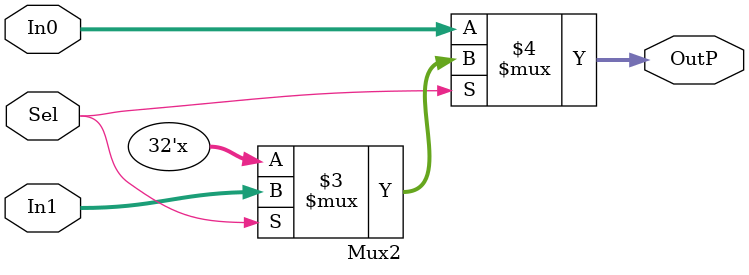
<source format=sv>
module Mux2 #(parameter N = 32) (
    input wire [N-1:0] In0, In1,
    input wire Sel,
    output wire [N-1:0] OutP
);

    assign OutP = (
        Sel == 1'b0 ? In0 :
        Sel == 1'b1 ? In1 :
        32'bx
    );

endmodule
</source>
